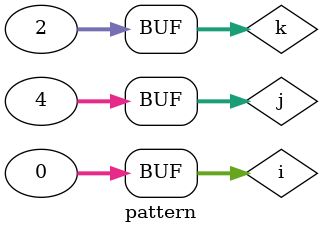
<source format=v>
module pattern;
    integer i, j, k;

    initial begin
        // First half
        for(i = 1; i <= 4; i = i + 1) begin
            // Print leading spaces
            for(j = 1; j <= 4-i; j = j + 1)
                $write(" ");

            // Print numbers
            for(k = 1; k <= i; k = k + 1)
                $write("%0d ", i);

            $display(""); // new line
        end

        // Second half
        for(i = 3; i >= 1; i = i - 1) begin
            // Print leading spaces
            for(j = 1; j <= 4-i; j = j + 1)
                $write(" ");

            // Print numbers
            for(k = 1; k <= i; k = k + 1)
                $write("%0d ", i);

            $display(""); // new line
        end
    end
endmodule

</source>
